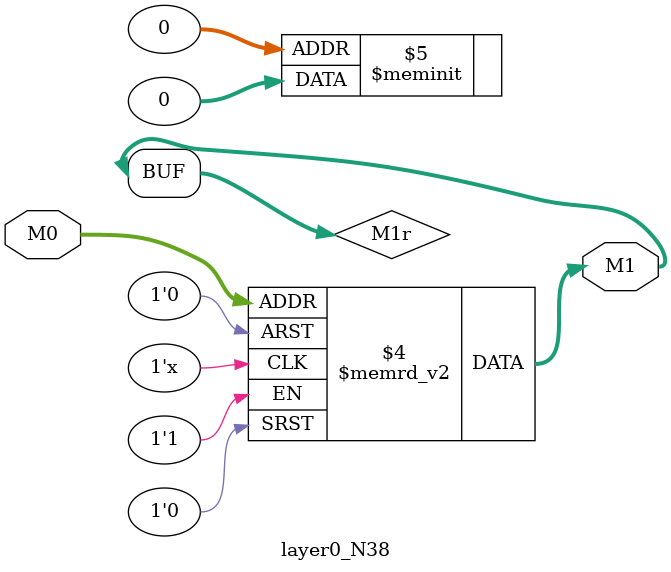
<source format=v>
module layer0_N38 ( input [3:0] M0, output [1:0] M1 );

	(*rom_style = "distributed" *) reg [1:0] M1r;
	assign M1 = M1r;
	always @ (M0) begin
		case (M0)
			4'b0000: M1r = 2'b00;
			4'b1000: M1r = 2'b00;
			4'b0100: M1r = 2'b00;
			4'b1100: M1r = 2'b00;
			4'b0010: M1r = 2'b00;
			4'b1010: M1r = 2'b00;
			4'b0110: M1r = 2'b00;
			4'b1110: M1r = 2'b00;
			4'b0001: M1r = 2'b00;
			4'b1001: M1r = 2'b00;
			4'b0101: M1r = 2'b00;
			4'b1101: M1r = 2'b00;
			4'b0011: M1r = 2'b00;
			4'b1011: M1r = 2'b00;
			4'b0111: M1r = 2'b00;
			4'b1111: M1r = 2'b00;

		endcase
	end
endmodule

</source>
